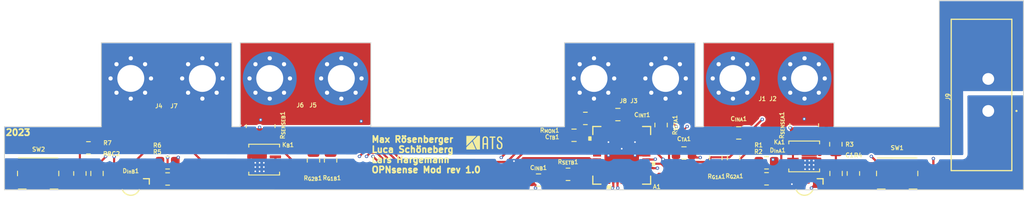
<source format=kicad_pcb>
(kicad_pcb (version 20221018) (generator pcbnew)
  (layers (0 "F.Cu" signal) (1 "In1.Cu" signal) (2 "In2.Cu" signal) (31 "B.Cu" signal) (34 "B.Paste" user) (35 "F.Paste" user) (36 "B.SilkS" user "B.Silkscreen") (37 "F.SilkS" user "F.Silkscreen") (38 "B.Mask" user) (39 "F.Mask" user) (44 "Edge.Cuts" user))
  (net 0 "")
  (net 1 "INA")
  (net 2 "SETA")
  (net 3 "VINT")
  (net 4 "MONA")
  (net 6 "GND")
  (net 7 "CTB")
  (net 8 "GAT2B")
  (net 9 "LOAD")
  (net 11 "GAT1B")
  (net 12 "INB")
  (net 14 "FLTB")
  (net 15 "PGB")
  (net 16 "PGA")
  (net 17 "FLTA")
  (net 18 "ENB")
  (net 19 "GAT1A")
  (net 20 "ENA")
  (net 21 "GAT2A")
  (net 22 "CTA")
  (net 23 "Net-(D_{InA}1-R)")
  (net 24 "Net-(D_{InA}1-G)")
  (net 26 "Net-(D_{InB}1-R)")
  (net 27 "Net-(D_{InB}1-G)")
  (net 29 "Net-(K_{A}1-G1)")
  (net 30 "Net-(K_{A}1-D1)")
  (net 31 "Net-(K_{A}1-G2)")
  (net 32 "Net-(K_{B}1-G1)")
  (net 33 "Net-(K_{B}1-D1)")
  (net 34 "Net-(K_{B}1-G2)")
  (net 35 "SETB")
  (net 36 "SENMA")
  (net 37 "SENMB")
  (footprint "Resistor_SMD:R_0612_1632Metric" (layer "F.Cu") (at 114.9604 29.8196 90)
    (fp_text reference "R_{SENSEA}1")
    (fp_text value "5m 1% 2W")
  )
  (footprint "MountingHole:MountingHole_3.2mm_M3_Pad_Via" (layer "F.Cu") (at 60 24.25)
    (fp_text reference "J5")
    (fp_text value "Screw_Terminal_01x01")
  )
  (footprint "Resistor_SMD:R_0805_2012Metric" (layer "F.Cu") (at 104.4702 33.7077 90)
    (fp_text reference "R_{G1A}1")
    (fp_text value "10")
  )
  (footprint "Resistor_SMD:R_0805_2012Metric" (layer "F.Cu") (at 39.37 34.29)
    (fp_text reference "R6")
    (fp_text value "5,1k")
  )
  (footprint "Button_Switch_SMD:Panasonic_EVQPUK_EVQPUB" (layer "F.Cu") (at 24 35.56 180)
    (fp_text reference "SW2")
    (fp_text value "SW_DIP_x01")
  )
  (footprint "LED_SMD:LED_Kingbright_APFA3010_3x1.5mm_Horizontal" (layer "F.Cu") (at 35 36.83 180)
    (fp_text reference "D_{InB}1")
    (fp_text value "APFA3010")
  )
  (footprint "Resistor_SMD:R_0805_2012Metric" (layer "F.Cu") (at 110.49 34.29 180)
    (fp_text reference "R1")
    (fp_text value "6,8k")
  )
  (footprint "MountingHole:MountingHole_3.2mm_M3_Pad_Via" (layer "F.Cu") (at 51.5 24.25)
    (fp_text reference "J6")
    (fp_text value "Screw_Terminal_01x01")
  )
  (footprint "Resistor_SMD:R_0805_2012Metric" (layer "F.Cu") (at 39.37 36.215)
    (fp_text reference "R5")
    (fp_text value "6,8k")
  )
  (footprint "Resistor_SMD:R_0805_2012Metric" (layer "F.Cu") (at 118.7196 32.0802 -90)
    (fp_text reference "R3")
    (fp_text value "249k")
  )
  (footprint "Capacitor_SMD:C_0805_2012Metric" (layer "F.Cu") (at 92.837 28.5496 180)
    (fp_text reference "C_{INT}1")
    (fp_text value "100n")
  )
  (footprint "Resistor_SMD:R_0805_2012Metric" (layer "F.Cu") (at 86.9188 35.6616 180)
    (fp_text reference "R_{SETB}1")
    (fp_text value "510 1%")
  )
  (footprint "Resistor_SMD:R_0805_2012Metric" (layer "F.Cu") (at 58.7248 33.9852 -90)
    (fp_text reference "R_{G1B}1")
    (fp_text value "10")
  )
  (footprint "MountingHole:MountingHole_3.2mm_M3_Pad_Via" (layer "F.Cu") (at 43.5 24.25)
    (fp_text reference "J7")
    (fp_text value "Screw_Terminal_01x01")
  )
  (footprint "MountingHole:MountingHole_3.2mm_M3_Pad_Via" (layer "F.Cu") (at 106.5 24.25)
    (fp_text reference "J1")
    (fp_text value "Screw_Terminal_01x01")
  )
  (footprint "Resistor_SMD:R_0805_2012Metric" (layer "F.Cu") (at 28.956 35.56 -90)
    (fp_text reference "R8")
    (fp_text value "51k")
  )
  (footprint "Resistor_SMD:R_0805_2012Metric" (layer "F.Cu") (at 56.6928 33.9852 -90)
    (fp_text reference "R_{G2B}1")
    (fp_text value "10")
  )
  (footprint "Resistor_SMD:R_0805_2012Metric" (layer "F.Cu") (at 88.9762 29.0068 180)
    (fp_text reference "R_{MON}1")
    (fp_text value "4,7k")
  )
  (footprint "Capacitor_SMD:C_0805_2012Metric" (layer "F.Cu") (at 100.6856 33.1216)
    (fp_text reference "C_{TA}1")
    (fp_text value "33n")
  )
  (footprint "Resistor_SMD:R_0805_2012Metric" (layer "F.Cu") (at 120.8024 35.56 -90)
    (fp_text reference "R4")
    (fp_text value "51k")
  )
  (footprint "Button_Switch_SMD:Panasonic_EVQPUK_EVQPUB" (layer "F.Cu") (at 126 35.56 180)
    (fp_text reference "SW1")
    (fp_text value "SW_DIP_x01")
  )
  (footprint "MountingHole:MountingHole_3.2mm_M3_Pad_Via" (layer "F.Cu") (at 35 24.25)
    (fp_text reference "J4")
    (fp_text value "Screw_Terminal_01x01")
  )
  (footprint "Capacitor_SMD:C_0805_2012Metric" (layer "F.Cu") (at 87.63 31.0134 180)
    (fp_text reference "C_{TB}1")
    (fp_text value "33n")
  )
  (footprint "LED_SMD:LED_Kingbright_APFA3010_3x1.5mm_Horizontal" (layer "F.Cu") (at 115 36.83 180)
    (fp_text reference "D_{InA}1")
    (fp_text value "APFA3010")
  )
  (footprint "Capacitor_SMD:C_0805_2012Metric" (layer "F.Cu") (at 30.988 35.56 -90)
    (fp_text reference "C2")
    (fp_text value "22nf")
  )
  (footprint "TPS2456:TPS2456ARHHR" (layer "F.Cu") (at 93.2942 33.4014 -90)
    (fp_text reference "A1")
    (fp_text value "TPS2456ARHHR" hide)
  )
  (footprint "Resistor_SMD:R_0805_2012Metric" (layer "F.Cu") (at 110.49 36.195 180)
    (fp_text reference "R2")
    (fp_text value "5,1k")
  )
  (footprint "SISF00DN-1:SISF00DN-T1-GE3" (layer "F.Cu") (at 50.8381 33.909 180)
    (fp_text reference "K_{B}1")
    (fp_text value "SISF00DN-T1-GE3" hide)
  )
  (footprint "Capacitor_SMD:C_0805_2012Metric" (layer "F.Cu") (at 83.4136 36.3474 180)
    (fp_text reference "C_{INB}1")
    (fp_text value "100n")
  )
  (footprint "MountingHole:MountingHole_3.2mm_M3_Pad_Via" (layer "F.Cu") (at 90 24.25)
    (fp_text reference "J8")
    (fp_text value "Screw_Terminal_01x01")
  )
  (footprint "MountingHole:MountingHole_3.2mm_M3_Pad_Via" (layer "F.Cu") (at 115 24.25)
    (fp_text reference "J2")
    (fp_text value "Screw_Terminal_01x01")
  )
  (footprint "Resistor_SMD:R_0612_1632Metric" (layer "F.Cu") (at 50.419 29.9212 90)
    (fp_text reference "R_{SENSEB}1")
    (fp_text value "5m 1% 2W")
  )
  (footprint "Resistor_SMD:R_0805_2012Metric" (layer "F.Cu") (at 97.9678 29.7942 -90)
    (fp_text reference "R_{SETA}1")
    (fp_text value "510 1%")
  )
  (footprint "Capacitor_SMD:C_0805_2012Metric" (layer "F.Cu") (at 107.188 30.734)
    (fp_text reference "C_{INA}1")
    (fp_text value "100n")
  )
  (footprint "Resistor_SMD:R_0805_2012Metric" (layer "F.Cu") (at 106.5784 33.7058 -90)
    (fp_text reference "R_{G2A}1")
    (fp_text value "10")
  )
  (footprint "KiCad:691323300002" (layer "F.Cu") (at 136.817 28.1178 90)
    (fp_text reference "J9")
    (fp_text value "691323300002" hide)
  )
  (footprint "Resistor_SMD:R_0805_2012Metric" (layer "F.Cu") (at 29.972 32.512 180)
    (fp_text reference "R7")
    (fp_text value "249k")
  )
  (footprint "SISF00DN-1:SISF00DN-T1-GE3" (layer "F.Cu") (at 114.9604 33.528)
    (fp_text reference "K_{A}1")
    (fp_text value "SISF00DN-T1-GE3" hide)
  )
  (footprint "Capacitor_SMD:C_0805_2012Metric" (layer "F.Cu") (at 118.745 35.56 -90)
    (fp_text reference "C1")
    (fp_text value "22nF")
  )
  (footprint "MountingHole:MountingHole_3.2mm_M3_Pad_Via" (layer "F.Cu") (at 98.5 24.25)
    (fp_text reference "J3")
    (fp_text value "Screw_Terminal_01x01")
  )
  (footprint "Diode_SMD:D_SMB" (layer "B.Cu") (at 132.3594 33.655 90)
    (fp_text reference "D1" hide)
    (fp_text value "SM6T12A")
  )
  (gr_poly (pts (xy 74.867999 32.227408) (xy 74.867449 31.11566) (xy 75.979036 31.11511)) (stroke (width 0.055122)) (fill solid) (layer "F.SilkS"))
  (gr_poly (pts (xy 78.232362 31.160688) (xy 78.236475 31.160966) (xy 78.240537 31.161425) (xy 78.244543 31.16206) (xy 78.248487 31.162869) (xy 78.252363 31.163846) (xy 78.256166 31.164989) (xy 78.25989 31.166292) (xy 78.263528 31.167753) (xy 78.267077 31.169366) (xy 78.270528 31.171129) (xy 78.273878 31.173038) (xy 78.27712 31.175087) (xy 78.280249 31.177275) (xy 78.283259 31.179595) (xy 78.286143 31.182046) (xy 78.288897 31.184622) (xy 78.291515 31.18732) (xy 78.293991 31.190135) (xy 78.296319 31.193065) (xy 78.298494 31.196104) (xy 78.300509 31.19925) (xy 78.30236 31.202498) (xy 78.30404 31.205844) (xy 78.305544 31.209284) (xy 78.306866 31.212814) (xy 78.308 31.216431) (xy 78.308941 31.220131) (xy 78.309683 31.223909) (xy 78.31022 31.227761) (xy 78.310546 31.231685) (xy 78.310656 31.235675) (xy 78.310546 31.239665) (xy 78.31022 31.243588) (xy 78.309683 31.247441) (xy 78.308941 31.251219) (xy 78.308 31.254918) (xy 78.306866 31.258535) (xy 78.305544 31.262066) (xy 78.30404 31.265506) (xy 78.30236 31.268852) (xy 78.300509 31.2721) (xy 78.298494 31.275245) (xy 78.296319 31.278285) (xy 78.293991 31.281214) (xy 78.291515 31.28403) (xy 78.288897 31.286728) (xy 78.286143 31.289304) (xy 78.283259 31.291754) (xy 78.280249 31.294075) (xy 78.27712 31.296262) (xy 78.273878 31.298312) (xy 78.270528 31.30022) (xy 78.267077 31.301983) (xy 78.263528 31.303597) (xy 78.25989 31.305057) (xy 78.256166 31.306361) (xy 78.252363 31.307503) (xy 78.248487 31.30848) (xy 78.244543 31.309289) (xy 78.240537 31.309925) (xy 78.236475 31.310383) (xy 78.232362 31.310662) (xy 78.228204 31.310755) (xy 78.036561 31.310755) (xy 78.036561 32.584981) (xy 78.036451 32.589179) (xy 78.036124 32.593321) (xy 78.035586 32.597402) (xy 78.034842 32.601418) (xy 78.033897 32.605363) (xy 78.032756 32.609232) (xy 78.031426 32.613021) (xy 78.02991 32.616723) (xy 78.028216 32.620334) (xy 78.026346 32.623849) (xy 78.024308 32.627263) (xy 78.022107 32.63057) (xy 78.019747 32.633766) (xy 78.017234 32.636845) (xy 78.014573 32.639802) (xy 78.01177 32.642633) (xy 78.00883 32.645331) (xy 78.005758 32.647892) (xy 78.002559 32.650312) (xy 77.999239 32.652583) (xy 77.995804 32.654703) (xy 77.992258 32.656665) (xy 77.988606 32.658464) (xy 77.984855 32.660096) (xy 77.981009 32.661554) (xy 77.977073 32.662835) (xy 77.973054 32.663933) (xy 77.968956 32.664843) (xy 77.964784 32.665559) (xy 77.960544 32.666077) (xy 77.956242 32.666392) (xy 77.951881 32.666498) (xy 77.947521 32.666392) (xy 77.943219 32.666077) (xy 77.938979 32.665559) (xy 77.934807 32.664843) (xy 77.930709 32.663933) (xy 77.926689 32.662835) (xy 77.922754 32.661554) (xy 77.918908 32.660096) (xy 77.915157 32.658464) (xy 77.911505 32.656665) (xy 77.907959 32.654703) (xy 77.904523 32.652583) (xy 77.901204 32.650312) (xy 77.898005 32.647892) (xy 77.894933 32.645331) (xy 77.891993 32.642633) (xy 77.88919 32.639802) (xy 77.886529 32.636845) (xy 77.884016 32.633766) (xy 77.881656 32.63057) (xy 77.879454 32.627263) (xy 77.877416 32.623849) (xy 77.875547 32.620334) (xy 77.873852 32.616723) (xy 77.872337 32.613021) (xy 77.871006 32.609232) (xy 77.869866 32.605363) (xy 77.868921 32.601418) (xy 77.868177 32.597402) (xy 77.867639 32.593321) (xy 77.867312 32.589179) (xy 77.867202 32.584981) (xy 77.867202 31.310755) (xy 77.675558 31.310755) (xy 77.6714 31.310662) (xy 77.667288 31.310383) (xy 77.663225 31.309925) (xy 77.659219 31.309289) (xy 77.655276 31.30848) (xy 77.651399 31.307503) (xy 77.647597 31.306361) (xy 77.643873 31.305057) (xy 77.640234 31.303597) (xy 77.636686 31.301983) (xy 77.633234 31.30022) (xy 77.629885 31.298312) (xy 77.626642 31.296262) (xy 77.623514 31.294075) (xy 77.620504 31.291754) (xy 77.61762 31.289304) (xy 77.614865 31.286728) (xy 77.612248 31.28403) (xy 77.609772 31.281214) (xy 77.607444 31.278285) (xy 77.605269 31.275245) (xy 77.603253 31.2721) (xy 77.601403 31.268852) (xy 77.599723 31.265506) (xy 77.598219 31.262066) (xy 77.596897 31.258535) (xy 77.595763 31.254918) (xy 77.594822 31.251219) (xy 77.59408 31.247441) (xy 77.593543 31.243588) (xy 77.593217 31.239665) (xy 77.593107 31.235675) (xy 77.593217 31.231685) (xy 77.593543 31.227761) (xy 77.59408 31.223909) (xy 77.594822 31.220131) (xy 77.595763 31.216431) (xy 77.596897 31.212814) (xy 77.598219 31.209284) (xy 77.599723 31.205844) (xy 77.601403 31.202498) (xy 77.603253 31.19925) (xy 77.605269 31.196104) (xy 77.607444 31.193065) (xy 77.609772 31.190135) (xy 77.612248 31.18732) (xy 77.614865 31.184622) (xy 77.61762 31.182046) (xy 77.620504 31.179595) (xy 77.623514 31.177275) (xy 77.626642 31.175087) (xy 77.629885 31.173038) (xy 77.633234 31.171129) (xy 77.636686 31.169366) (xy 77.640234 31.167753) (xy 77.643873 31.166292) (xy 77.647597 31.164989) (xy 77.651399 31.163846) (xy 77.655276 31.162869) (xy 77.659219 31.16206) (xy 77.663225 31.161425) (xy 77.667288 31.160966) (xy 77.6714 31.160688) (xy 77.675558 31.160594) (xy 78.228204 31.160594)) (fill solid) (layer "F.SilkS"))
  (gr_poly (pts (xy 76.430543 32.677393) (xy 76.098919 32.677606) (xy 75.653051 31.662662) (xy 76.2 31.115) (xy 76.430029 31.114837)) (stroke (width 0.055122)) (fill solid) (layer "F.SilkS"))
  (gr_poly (pts (xy 75.928241 32.677649) (xy 74.868222 32.678167) (xy 74.868108 32.448388) (xy 75.534604 31.781469)) (stroke (width 0.055122)) (fill solid) (layer "F.SilkS"))
  (gr_poly (pts (xy 77.11188 31.139537) (xy 77.131449 31.140713) (xy 77.150414 31.142662) (xy 77.16877 31.145373) (xy 77.186516 31.148836) (xy 77.203649 31.153042) (xy 77.220166 31.157982) (xy 77.236066 31.163644) (xy 77.251346 31.17002) (xy 77.266003 31.177099) (xy 77.280035 31.184872) (xy 77.293439 31.193329) (xy 77.306213 31.202459) (xy 77.318355 31.212254) (xy 77.329862 31.222704) (xy 77.340732 31.233798) (xy 77.350962 31.245526) (xy 77.360549 31.25788) (xy 77.369492 31.270849) (xy 77.377788 31.284423) (xy 77.385434 31.298592) (xy 77.392428 31.313347) (xy 77.398768 31.328678) (xy 77.404451 31.344575) (xy 77.409474 31.361028) (xy 77.413835 31.378028) (xy 77.417533 31.395564) (xy 77.420563 31.413627) (xy 77.422924 31.432207) (xy 77.424614 31.451293) (xy 77.425969 31.490949) (xy 77.425969 32.584981) (xy 77.425859 32.589179) (xy 77.425532 32.593321) (xy 77.424994 32.597402) (xy 77.42425 32.601418) (xy 77.423305 32.605363) (xy 77.422164 32.609232) (xy 77.420834 32.613021) (xy 77.419318 32.616723) (xy 77.417623 32.620334) (xy 77.415754 32.623849) (xy 77.413716 32.627263) (xy 77.411515 32.63057) (xy 77.409155 32.633766) (xy 77.406641 32.636845) (xy 77.403981 32.639802) (xy 77.401178 32.642633) (xy 77.398237 32.645331) (xy 77.395165 32.647892) (xy 77.391967 32.650312) (xy 77.388647 32.652583) (xy 77.385211 32.654703) (xy 77.381665 32.656665) (xy 77.378014 32.658464) (xy 77.374262 32.660096) (xy 77.370416 32.661554) (xy 77.366481 32.662835) (xy 77.362461 32.663933) (xy 77.358363 32.664843) (xy 77.354192 32.665559) (xy 77.349952 32.666077) (xy 77.345649 32.666392) (xy 77.341289 32.666498) (xy 77.336929 32.666392) (xy 77.332626 32.666077) (xy 77.328386 32.665559) (xy 77.324215 32.664843) (xy 77.320116 32.663933) (xy 77.316097 32.662835) (xy 77.312161 32.661554) (xy 77.308315 32.660096) (xy 77.304564 32.658464) (xy 77.300913 32.656665) (xy 77.297366 32.654703) (xy 77.293931 32.652583) (xy 77.290611 32.650312) (xy 77.287413 32.647892) (xy 77.284341 32.645331) (xy 77.2814 32.642633) (xy 77.278597 32.639802) (xy 77.275936 32.636845) (xy 77.273423 32.633766) (xy 77.271063 32.63057) (xy 77.268862 32.627263) (xy 77.266824 32.623849) (xy 77.264955 32.620334) (xy 77.26326 32.616723) (xy 77.261744 32.613021) (xy 77.260414 32.609232) (xy 77.259273 32.605363) (xy 77.258328 32.601418) (xy 77.257584 32.597402) (xy 77.257046 32.593321) (xy 77.256719 32.589179) (xy 77.256609 32.584981) (xy 77.256609 32.121627) (xy 76.926804 32.121627) (xy 76.926804 32.584981) (xy 76.926694 32.589179) (xy 76.926367 32.593321) (xy 76.925829 32.597402) (xy 76.925085 32.601418) (xy 76.92414 32.605363) (xy 76.923 32.609232) (xy 76.921669 32.613021) (xy 76.920154 32.616723) (xy 76.918459 32.620334) (xy 76.91659 32.623849) (xy 76.914552 32.627263) (xy 76.91235 32.63057) (xy 76.90999 32.633766) (xy 76.907477 32.636845) (xy 76.904816 32.639802) (xy 76.902013 32.642633) (xy 76.899073 32.645331) (xy 76.896001 32.647892) (xy 76.892802 32.650312) (xy 76.889483 32.652583) (xy 76.886047 32.654703) (xy 76.882501 32.656665) (xy 76.87885 32.658464) (xy 76.875098 32.660096) (xy 76.871252 32.661554) (xy 76.867317 32.662835) (xy 76.863297 32.663933) (xy 76.859199 32.664843) (xy 76.855027 32.665559) (xy 76.850788 32.666077) (xy 76.846485 32.666392) (xy 76.842125 32.666498) (xy 76.837765 32.666392) (xy 76.833462 32.666077) (xy 76.829222 32.665559) (xy 76.82505 32.664843) (xy 76.820952 32.663933) (xy 76.816933 32.662835) (xy 76.812997 32.661554) (xy 76.809151 32.660096) (xy 76.8054 32.658464) (xy 76.801748 32.656665) (xy 76.798202 32.654703) (xy 76.794767 32.652583) (xy 76.791447 32.650312) (xy 76.788248 32.647892) (xy 76.785176 32.645331) (xy 76.782236 32.642633) (xy 76.779433 32.639802) (xy 76.776772 32.636845) (xy 76.774259 32.633766) (xy 76.771899 32.63057) (xy 76.769698 32.627263) (xy 76.76766 32.623849) (xy 76.76579 32.620334) (xy 76.764095 32.616723) (xy 76.76258 32.613021) (xy 76.76125 32.609232) (xy 76.760109 32.605363) (xy 76.759164 32.601418) (xy 76.75842 32.597402) (xy 76.757882 32.593321) (xy 76.757555 32.589179) (xy 76.757445 32.584981) (xy 76.757445 31.971465) (xy 76.926804 31.971465) (xy 77.256609 31.971465) (xy 77.256609 31.518836) (xy 77.25644 31.504035) (xy 77.255932 31.489793) (xy 77.255089 31.476105) (xy 77.253911 31.462965) (xy 77.2524 31.450368) (xy 77.250557 31.438306) (xy 77.248385 31.426775) (xy 77.245885 31.415768) (xy 77.243058 31.405279) (xy 77.239907 31.395303) (xy 77.236432 31.385834) (xy 77.232636 31.376866) (xy 77.22852 31.368392) (xy 77.224086 31.360408) (xy 77.219335 31.352906) (xy 77.214269 31.345882) (xy 77.20889 31.33933) (xy 77.203199 31.333242) (xy 77.197198 31.327615) (xy 77.190889 31.322441) (xy 77.184272 31.317714) (xy 77.17735 31.31343) (xy 77.170125 31.309582) (xy 77.162598 31.306163) (xy 77.154771 31.303169) (xy 77.146645 31.300594) (xy 77.138221 31.29843) (xy 77.129503 31.296674) (xy 77.12049 31.295317) (xy 77.111186 31.294356) (xy 77.101591 31.293784) (xy 77.091707 31.293594) (xy 77.072228 31.294356) (xy 77.053911 31.296674) (xy 77.045192 31.29843) (xy 77.036769 31.300594) (xy 77.028643 31.303169) (xy 77.020815 31.306163) (xy 77.013288 31.309582) (xy 77.006063 31.31343) (xy 76.999141 31.317714) (xy 76.992525 31.322441) (xy 76.986215 31.327615) (xy 76.980214 31.333242) (xy 76.974523 31.33933) (xy 76.969144 31.345882) (xy 76.964078 31.352906) (xy 76.959327 31.360408) (xy 76.954893 31.368392) (xy 76.950777 31.376866) (xy 76.946981 31.385834) (xy 76.943506 31.395303) (xy 76.940355 31.405279) (xy 76.937529 31.415768) (xy 76.932856 31.438306) (xy 76.929503 31.462965) (xy 76.927481 31.489793) (xy 76.926804 31.518836) (xy 76.926804 31.971465) (xy 76.757445 31.971465) (xy 76.757445 31.490949) (xy 76.757784 31.470877) (xy 76.7588 31.451293) (xy 76.760489 31.432207) (xy 76.762851 31.413627) (xy 76.765881 31.395564) (xy 76.769578 31.378028) (xy 76.77394 31.361028) (xy 76.778963 31.344575) (xy 76.784646 31.328678) (xy 76.790985 31.313347) (xy 76.79798 31.298592) (xy 76.805626 31.284423) (xy 76.813921 31.270849) (xy 76.822864 31.25788) (xy 76.832452 31.245526) (xy 76.842682 31.233798) (xy 76.853551 31.222704) (xy 76.865058 31.212254) (xy 76.8772 31.202459) (xy 76.889975 31.193329) (xy 76.903379 31.184872) (xy 76.917411 31.177099) (xy 76.932068 31.17002) (xy 76.947347 31.163644) (xy 76.963247 31.157982) (xy 76.979765 31.153042) (xy 76.996898 31.148836) (xy 77.014644 31.145373) (xy 77.033 31.142662) (xy 77.051964 31.140713) (xy 77.071534 31.139537) (xy 77.091707 31.139142)) (fill solid) (layer "F.SilkS"))
  (gr_poly (pts (xy 78.834881 31.14469) (xy 78.852247 31.146263) (xy 78.869112 31.148465) (xy 78.885469 31.151297) (xy 78.901312 31.154759) (xy 78.916636 31.158853) (xy 78.931433 31.163577) (xy 78.945699 31.168933) (xy 78.959426 31.174922) (xy 78.972609 31.181542) (xy 78.985241 31.188795) (xy 78.997317 31.196682) (xy 79.008831 31.205202) (xy 79.019775 31.214356) (xy 79.030145 31.224144) (xy 79.039933 31.234568) (xy 79.049135 31.245626) (xy 79.057743 31.25732) (xy 79.065751 31.26965) (xy 79.073155 31.282616) (xy 79.079946 31.296218) (xy 79.08612 31.310458) (xy 79.09167 31.325336) (xy 79.09659 31.340851) (xy 79.100873 31.357005) (xy 79.104515 31.373797) (xy 79.107508 31.391228) (xy 79.109847 31.409299) (xy 79.111525 31.42801) (xy 79.112536 31.447361) (xy 79.112874 31.467352) (xy 79.112874 31.484514) (xy 79.112771 31.489082) (xy 79.112463 31.493536) (xy 79.111954 31.497872) (xy 79.111251 31.50209) (xy 79.110356 31.506186) (xy 79.109276 31.51016) (xy 79.108013 31.514008) (xy 79.106572 31.51773) (xy 79.104959 31.521323) (xy 79.103177 31.524785) (xy 79.101231 31.528114) (xy 79.099125 31.531309) (xy 79.096865 31.534367) (xy 79.094454 31.537286) (xy 79.091896 31.540065) (xy 79.089198 31.542701) (xy 79.086362 31.545193) (xy 79.083393 31.547538) (xy 79.080297 31.549734) (xy 79.077076 31.55178) (xy 79.073737 31.553674) (xy 79.070283 31.555413) (xy 79.066719 31.556996) (xy 79.063049 31.558421) (xy 79.059278 31.559685) (xy 79.05541 31.560788) (xy 79.05145 31.561726) (xy 79.047402 31.562498) (xy 79.043271 31.563101) (xy 79.039061 31.563535) (xy 79.034777 31.563797) (xy 79.030424 31.563884) (xy 79.026266 31.563797) (xy 79.022153 31.563534) (xy 79.018091 31.563098) (xy 79.014085 31.562489) (xy 79.010141 31.561709) (xy 79.006265 31.560759) (xy 79.002462 31.559641) (xy 78.998738 31.558354) (xy 78.9951 31.556901) (xy 78.991551 31.555282) (xy 78.9881 31.5535) (xy 78.98475 31.551554) (xy 78.981508 31.549446) (xy 78.978379 31.547178) (xy 78.975369 31.544751) (xy 78.972485 31.542165) (xy 78.969731 31.539422) (xy 78.967113 31.536523) (xy 78.964637 31.533469) (xy 78.962309 31.530262) (xy 78.960134 31.526902) (xy 78.958119 31.523391) (xy 78.956268 31.51973) (xy 78.954588 31.51592) (xy 78.953084 31.511962) (xy 78.951762 31.507858) (xy 78.950628 31.503609) (xy 78.949687 31.499215) (xy 78.948945 31.494679) (xy 78.948408 31.49) (xy 78.948082 31.485182) (xy 78.947972 31.480223) (xy 78.947972 31.467352) (xy 78.947797 31.455152) (xy 78.947276 31.443483) (xy 78.946415 31.432336) (xy 78.945221 31.4217) (xy 78.943701 31.411568) (xy 78.941861 31.401929) (xy 78.939708 31.392774) (xy 78.937248 31.384093) (xy 78.934487 31.375877) (xy 78.931433 31.368118) (xy 78.928092 31.360804) (xy 78.924469 31.353927) (xy 78.920573 31.347477) (xy 78.916409 31.341445) (xy 78.911983 31.335822) (xy 78.907304 31.330598) (xy 78.902376 31.325764) (xy 78.897206 31.321309) (xy 78.891802 31.317226) (xy 78.886168 31.313504) (xy 78.880313 31.310134) (xy 78.874243 31.307106) (xy 78.867964 31.304412) (xy 78.861482 31.302041) (xy 78.854804 31.299984) (xy 78.847937 31.298232) (xy 78.840888 31.296776) (xy 78.833662 31.295605) (xy 78.818707 31.294084) (xy 78.803125 31.293594) (xy 78.794443 31.2938) (xy 78.78595 31.294414) (xy 78.77765 31.295429) (xy 78.769551 31.296837) (xy 78.761657 31.298632) (xy 78.753975 31.300806) (xy 78.74651 31.303352) (xy 78.739267 31.306264) (xy 78.732253 31.309534) (xy 78.725474 31.313155) (xy 78.718934 31.31712) (xy 78.71264 31.321423) (xy 78.706597 31.326055) (xy 78.700811 31.33101) (xy 78.695288 31.336281) (xy 78.690033 31.34186) (xy 78.685053 31.347741) (xy 78.680353 31.353917) (xy 78.675938 31.360381) (xy 78.671814 31.367125) (xy 78.667988 31.374142) (xy 78.664464 31.381425) (xy 78.661249 31.388968) (xy 78.658348 31.396763) (xy 78.655767 31.404803) (xy 78.653512 31.413081) (xy 78.651588 31.42159) (xy 78.65 31.430323) (xy 78.648756 31.439273) (xy 78.64786 31.448432) (xy 78.647318 31.457794) (xy 78.647137 31.467352) (xy 78.647583 31.485739) (xy 78.648934 31.503133) (xy 78.649954 31.511477) (xy 78.651205 31.519596) (xy 78.652691 31.527499) (xy 78.654414 31.535193) (xy 78.656374 31.542686) (xy 78.658575 31.549985) (xy 78.661018 31.557099) (xy 78.663706 31.564035) (xy 78.66664 31.570802) (xy 78.669823 31.577407) (xy 78.673256 31.583858) (xy 78.676941 31.590163) (xy 78.680882 31.596329) (xy 78.685079 31.602365) (xy 78.689534 31.608279) (xy 78.694251 31.614078) (xy 78.69923 31.61977) (xy 78.704474 31.625363) (xy 78.715765 31.636284) (xy 78.728139 31.646903) (xy 78.741613 31.657283) (xy 78.756204 31.667487) (xy 78.771928 31.677578) (xy 78.856607 31.731207) (xy 78.89433 31.755224) (xy 78.929005 31.779151) (xy 78.960715 31.803196) (xy 78.989546 31.827572) (xy 79.015583 31.852488) (xy 79.038911 31.878155) (xy 79.059614 31.904783) (xy 79.077777 31.932584) (xy 79.093486 31.961767) (xy 79.106825 31.992544) (xy 79.117879 32.025124) (xy 79.126733 32.059718) (xy 79.133471 32.096538) (xy 79.138179 32.135792) (xy 79.140942 32.177692) (xy 79.141844 32.222449) (xy 79.141409 32.253385) (xy 79.140117 32.283058) (xy 79.137983 32.311485) (xy 79.135024 32.338686) (xy 79.131257 32.364678) (xy 79.126699 32.389481) (xy 79.121367 32.413113) (xy 79.115277 32.435591) (xy 79.108446 32.456935) (xy 79.100891 32.477164) (xy 79.092628 32.496294) (xy 79.083675 32.514346) (xy 79.074047 32.531337) (xy 79.063762 32.547287) (xy 79.052836 32.562212) (xy 79.041287 32.576133) (xy 79.02913 32.589066) (xy 79.016383 32.601032) (xy 79.003062 32.612048) (xy 78.989185 32.622132) (xy 78.974767 32.631304) (xy 78.959825 32.639581) (xy 78.944377 32.646982) (xy 78.928439 32.653526) (xy 78.912027 32.659231) (xy 78.895159 32.664115) (xy 78.877851 32.668197) (xy 78.86012 32.671496) (xy 78.841982 32.674029) (xy 78.823455 32.675816) (xy 78.804555 32.676875) (xy 78.785298 32.677223) (xy 78.76627 32.676829) (xy 78.747634 32.67565) (xy 78.729404 32.673695) (xy 78.711595 32.670972) (xy 78.69422 32.667489) (xy 78.677293 32.663253) (xy 78.660828 32.658272) (xy 78.644839 32.652554) (xy 78.629339 32.646107) (xy 78.614343 32.638939) (xy 78.599864 32.631058) (xy 78.585916 32.622472) (xy 78.572514 32.613187) (xy 78.55967 32.603213) (xy 78.5474 32.592557) (xy 78.535716 32.581227) (xy 78.524633 32.569231) (xy 78.514164 32.556577) (xy 78.504324 32.543272) (xy 78.495126 32.529325) (xy 78.486584 32.514742) (xy 78.478712 32.499533) (xy 78.471524 32.483705) (xy 78.465033 32.467266) (xy 78.459255 32.450223) (xy 78.454201 32.432585) (xy 78.449888 32.414359) (xy 78.446327 32.395554) (xy 78.443533 32.376176) (xy 78.441521 32.356235) (xy 78.440303 32.335737) (xy 78.439894 32.314691) (xy 78.440148 32.297249) (xy 78.440882 32.280335) (xy 78.442053 32.263974) (xy 78.44362 32.248191) (xy 78.445539 32.233011) (xy 78.447768 32.21846) (xy 78.450264 32.204563) (xy 78.452986 32.191344) (xy 78.455891 32.178829) (xy 78.458936 32.167044) (xy 78.462079 32.156012) (xy 78.465277 32.14576) (xy 78.468489 32.136312) (xy 78.471671 32.127693) (xy 78.474781 32.11993) (xy 78.477777 32.113046) (xy 78.479937 32.108508) (xy 78.482237 32.104148) (xy 78.484673 32.099965) (xy 78.487239 32.09596) (xy 78.489933 32.092134) (xy 78.49275 32.088489) (xy 78.495687 32.085023) (xy 78.498738 32.08174) (xy 78.501901 32.078639) (xy 78.50517 32.07572) (xy 78.508542 32.072986) (xy 78.512013 32.070436) (xy 78.515578 32.068071) (xy 78.519235 32.065893) (xy 78.522977 32.063902) (xy 78.526802 32.062098) (xy 78.530706 32.060483) (xy 78.534683 32.059058) (xy 78.538731 32.057822) (xy 78.542845 32.056777) (xy 78.547021 32.055924) (xy 78.551255 32.055264) (xy 78.555543 32.054796) (xy 78.55988 32.054523) (xy 78.564264 32.054445) (xy 78.568688 32.054562) (xy 78.573151 32.054875) (xy 78.577647 32.055386) (xy 78.586722 32.057002) (xy 78.595883 32.059417) (xy 78.59997 32.060735) (xy 78.603874 32.062272) (xy 78.607595 32.064018) (xy 78.611134 32.065965) (xy 78.614489 32.068106) (xy 78.617662 32.070432) (xy 78.620652 32.072935) (xy 78.62346 32.075606) (xy 78.626084 32.078437) (xy 78.628526 32.081421) (xy 78.630785 32.084548) (xy 78.632861 32.087811) (xy 78.634754 32.091201) (xy 78.636464 32.09471) (xy 78.637992 32.09833) (xy 78.639337 32.102052) (xy 78.640499 32.105868) (xy 78.641478 32.109771) (xy 78.642889 32.117801) (xy 78.643568 32.126077) (xy 78.643515 32.134531) (xy 78.642732 32.143099) (xy 78.641217 32.151713) (xy 78.638972 32.160309) (xy 78.635994 32.16882) (xy 78.629727 32.186861) (xy 78.624295 32.204148) (xy 78.621893 32.212587) (xy 78.619699 32.220932) (xy 78.617715 32.229215) (xy 78.615939 32.237465) (xy 78.614372 32.245716) (xy 78.613014 32.253998) (xy 78.611865 32.262343) (xy 78.610925 32.270782) (xy 78.610194 32.279347) (xy 78.609671 32.288069) (xy 78.609358 32.29698) (xy 78.609254 32.30611) (xy 78.609449 32.318251) (xy 78.610032 32.330132) (xy 78.611 32.341745) (xy 78.612348 32.353082) (xy 78.614073 32.364134) (xy 78.616172 32.374894) (xy 78.618641 32.385353) (xy 78.621475 32.395503) (xy 78.624672 32.405336) (xy 78.628227 32.414843) (xy 78.632137 32.424016) (xy 78.636399 32.432847) (xy 78.641009 32.441327) (xy 78.645962 32.449449) (xy 78.651256 32.457204) (xy 78.656886 32.464584) (xy 78.662849 32.471581) (xy 78.669142 32.478186) (xy 78.67576 32.484391) (xy 78.6827 32.490188) (xy 78.689958 32.495569) (xy 78.697531 32.500525) (xy 78.705415 32.505048) (xy 78.713606 32.50913) (xy 78.722101 32.512763) (xy 78.730895 32.515938) (xy 78.739986 32.518647) (xy 78.749369 32.520882) (xy 78.759042 32.522635) (xy 78.768999 32.523897) (xy 78.779238 32.524661) (xy 78.789755 32.524917) (xy 78.809776 32.524021) (xy 78.828861 32.521268) (xy 78.84696 32.51656) (xy 78.855624 32.513443) (xy 78.864024 32.5098) (xy 78.872152 32.50562) (xy 78.880004 32.500891) (xy 78.887572 32.4956) (xy 78.894851 32.489735) (xy 78.901835 32.483285) (xy 78.908517 32.476235) (xy 78.914892 32.468576) (xy 78.920953 32.460294) (xy 78.926693 32.451377) (xy 78.932108 32.441813) (xy 78.937191 32.431591) (xy 78.941935 32.420696) (xy 78.950385 32.396846) (xy 78.957408 32.370164) (xy 78.962956 32.340553) (xy 78.966979 32.307916) (xy 78.969429 32.272156) (xy 78.970256 32.233175) (xy 78.969695 32.201932) (xy 78.967958 32.172478) (xy 78.964968 32.144689) (xy 78.962979 32.13138) (xy 78.960646 32.118442) (xy 78.957961 32.105859) (xy 78.954914 32.093616) (xy 78.951495 32.081698) (xy 78.947694 32.070088) (xy 78.943501 32.058772) (xy 78.938906 32.047735) (xy 78.9339 32.036961) (xy 78.928474 32.026435) (xy 78.922616 32.016141) (xy 78.916317 32.006065) (xy 78.909569 31.99619) (xy 78.902359 31.986502) (xy 78.89468 31.976986) (xy 78.886521 31.967625) (xy 78.877872 31.958405) (xy 78.868724 31.94931) (xy 78.859067 31.940325) (xy 78.848891 31.931435) (xy 78.826942 31.913877) (xy 78.802799 31.896514) (xy 78.776384 31.879223) (xy 78.691705 31.825594) (xy 78.665432 31.808609) (xy 78.640926 31.791372) (xy 78.618175 31.773783) (xy 78.597171 31.755742) (xy 78.577904 31.737148) (xy 78.560363 31.7179) (xy 78.54454 31.697898) (xy 78.530423 31.677042) (xy 78.518005 31.65523) (xy 78.507273 31.632362) (xy 78.49822 31.608338) (xy 78.490834 31.583057) (xy 78.485107 31.556418) (xy 78.481028 31.528322) (xy 78.478588 31.498667) (xy 78.477777 31.467352) (xy 78.47816 31.449059) (xy 78.4793 31.431191) (xy 78.481183 31.413759) (xy 78.483797 31.396771) (xy 78.487126 31.38024) (xy 78.491159 31.364174) (xy 78.495881 31.348584) (xy 78.50128 31.333481) (xy 78.507341 31.318874) (xy 78.514051 31.304773) (xy 78.521397 31.29119) (xy 78.529366 31.278134) (xy 78.537943 31.265615) (xy 78.547115 31.253644) (xy 78.55687 31.24223) (xy 78.567192 31.231384) (xy 78.57807 31.221117) (xy 78.589489 31.211438) (xy 78.601436 31.202358) (xy 78.613897 31.193886) (xy 78.62686 31.186033) (xy 78.64031 31.17881) (xy 78.654235 31.172226) (xy 78.66862 31.166292) (xy 78.683452 31.161018) (xy 78.698718 31.156414) (xy 78.714404 31.15249) (xy 78.730497 31.149257) (xy 78.746984 31.146724) (xy 78.76385 31.144902) (xy 78.781083 31.143802) (xy 78.798669 31.143433)) (fill solid) (layer "F.SilkS"))
  (gr_line (start 31.5 20) (end 47 20) (stroke (width 0.1)) (layer "Edge.Cuts"))
  (gr_line (start 63.5 30) (end 86.5 30) (stroke (width 0.1)) (layer "Edge.Cuts"))
  (gr_line (start 118.5 30) (end 131 30) (stroke (width 0.1)) (layer "Edge.Cuts"))
  (gr_line (start 86.5 20) (end 102 20) (stroke (width 0.1)) (layer "Edge.Cuts"))
  (gr_line (start 86.5 20) (end 86.5 30) (stroke (width 0.1)) (layer "Edge.Cuts"))
  (gr_line (start 141 15) (end 131 15) (stroke (width 0.1)) (layer "Edge.Cuts"))
  (gr_line (start 48 20) (end 63.5 20) (stroke (width 0.1)) (layer "Edge.Cuts"))
  (gr_line (start 103 30) (end 103 20) (stroke (width 0.1)) (layer "Edge.Cuts"))
  (gr_line (start 47 20) (end 47 30) (stroke (width 0.1)) (layer "Edge.Cuts"))
  (gr_line (start 20 37.5) (end 20 30) (stroke (width 0.1)) (layer "Edge.Cuts"))
  (gr_line (start 141 15) (end 141 37.5) (stroke (width 0.1)) (layer "Edge.Cuts"))
  (gr_line (start 102 20) (end 102 30) (stroke (width 0.1)) (layer "Edge.Cuts"))
  (gr_line (start 103 20) (end 118.5 20) (stroke (width 0.1)) (layer "Edge.Cuts"))
  (gr_line (start 20 30) (end 31.5 30) (stroke (width 0.1)) (layer "Edge.Cuts"))
  (gr_line (start 102 30) (end 103 30) (stroke (width 0.1)) (layer "Edge.Cuts"))
  (gr_line (start 141 37.5) (end 20 37.5) (stroke (width 0.1)) (layer "Edge.Cuts"))
  (gr_line (start 31.5 30) (end 31.5 20) (stroke (width 0.1)) (layer "Edge.Cuts"))
  (gr_line (start 63.5 20) (end 63.5 30) (stroke (width 0.1)) (layer "Edge.Cuts"))
  (gr_line (start 48 20) (end 48 30) (stroke (width 0.1)) (layer "Edge.Cuts"))
  (gr_line (start 131 30) (end 131 15) (stroke (width 0.1)) (layer "Edge.Cuts"))
  (gr_line (start 118.5 20) (end 118.5 30) (stroke (width 0.1)) (layer "Edge.Cuts"))
  (gr_line (start 47 30) (end 48 30) (stroke (width 0.1)) (layer "Edge.Cuts"))
  (gr_text "2023" (at 20.066 31.115) (layer "F.SilkS") (effects (font (size 0.75 0.75) (thickness 0.1875) bold) (justify left bottom)))
  (gr_text "Max Rösenberger\nLuca Schöneberg\nLars Hargemann\nOPNsense Mod rev 1.0" (at 63.5 35.56) (layer "F.SilkS") (effects (font (size 0.75 0.75) (thickness 0.1875) bold) (justify left bottom)))
  (segment (start 97.9678 30.7067) (end 98.0459 30.7848) (width 0.2) (layer "F.Cu") (net 1))
  (segment (start 114.9604 29.0696) (end 116.6215 29.0696) (width 0.25) (layer "F.Cu") (net 1))
  (segment (start 95.294201 30.4764) (end 97.4327 30.4764) (width 0.25) (layer "F.Cu") (net 1))
  (segment (start 100.3319 30.7067) (end 97.9678 30.7067) (width 0.2) (layer "F.Cu") (net 1))
  (segment (start 103.183 31.5214) (end 105.7046 31.5214) (width 0.25) (layer "F.Cu") (net 1))
  (segment (start 98.846496 31.400896) (end 99.5172 32.0716) (width 0.25) (layer "F.Cu") (net 1))
  (segment (start 99.5172 32.0716) (end 102.6328 32.0716) (width 0.25) (layer "F.Cu") (net 1))
  (segment (start 96.2192 31.400896) (end 98.846496 31.400896) (width 0.25) (layer "F.Cu") (net 1))
  (segment (start 116.6215 29.0696) (end 118.7196 31.1677) (width 0.25) (layer "F.Cu") (net 1))
  (segment (start 97.4327 30.4764) (end 97.9678 31.0115) (width 0.25) (layer "F.Cu") (net 1))
  (segment (start 101.0666 29.972) (end 100.3319 30.7067) (width 0.2) (layer "F.Cu") (net 1))
  (segment (start 106.238 30.734) (end 106.5 30.472) (width 0.2) (layer "F.Cu") (net 1))
  (segment (start 105.7046 31.5214) (end 106.238 30.988) (width 0.25) (layer "F.Cu") (net 1))
  (segment (start 102.6328 32.0716) (end 103.183 31.5214) (width 0.25) (layer "F.Cu") (net 1))
  (segment (start 106.5 30.472) (end 106.5 26.65) (width 0.2) (layer "F.Cu") (net 1))
  (via (at 114.9604 29.0696) (size 0.4) (drill 0.2) (layers "F.Cu" "B.Cu") (net 1))
  (via (at 101.0666 29.972) (size 0.4) (drill 0.2) (layers "F.Cu" "B.Cu") (net 1))
  (segment (start 94.7942 29.8944) (end 95.5021 29.1865) (width 0.25) (layer "F.Cu") (net 2))
  (segment (start 94.7942 30.4764) (end 94.7942 29.8944) (width 0.25) (layer "F.Cu") (net 2))
  (segment (start 95.5021 29.1865) (end 97.9678 29.1865) (width 0.25) (layer "F.Cu") (net 2))
  (segment (start 93.794199 30.4764) (end 93.794199 29.013999) (width 0.25) (layer "F.Cu") (net 3))
  (segment (start 93.794199 29.013999) (end 93.5076 28.7274) (width 0.25) (layer "F.Cu") (net 3))
  (segment (start 91.3292 29.6764) (end 90.5583 29.6764) (width 0.25) (layer "F.Cu") (net 4))
  (segment (start 93.2942 29.711399) (end 93.259201 29.6764) (width 0.25) (layer "F.Cu") (net 4))
  (segment (start 93.259201 29.6764) (end 91.3292 29.6764) (width 0.25) (layer "F.Cu") (net 4))
  (segment (start 91.3292 29.6764) (end 91.294199 29.711401) (width 0.25) (layer "F.Cu") (net 4))
  (segment (start 90.5583 29.6764) (end 89.8887 29.0068) (width 0.25) (layer "F.Cu") (net 4))
  (segment (start 91.294199 29.711401) (end 91.294199 30.4764) (width 0.25) (layer "F.Cu") (net 4))
  (segment (start 93.2942 30.4764) (end 93.2942 29.711399) (width 0.25) (layer "F.Cu") (net 4))
  (segment (start 94.8694 33.4014) (end 94.869 33.401) (width 0.25) (layer "F.Cu") (net 6))
  (segment (start 96.2192 33.4014) (end 94.8694 33.4014) (width 0.25) (layer "F.Cu") (net 6))
  (segment (start 21.59 36.068) (end 26.283 36.068) (width 0.25) (layer "F.Cu") (net 6))
  (segment (start 130.302 33.782) (end 130.302 34.858) (width 0.25) (layer "F.Cu") (net 6))
  (segment (start 96.2192 35.401904) (end 95.294704 35.401904) (width 0.25) (layer "F.Cu") (net 6))
  (segment (start 83.058 37.3) (end 83.058 36.9418) (width 0.25) (layer "F.Cu") (net 6))
  (segment (start 93.794199 33.901399) (end 93.2942 33.4014) (width 0.25) (layer "F.Cu") (net 6))
  (segment (start 21.375 36.41) (end 21.375 36.283) (width 0.25) (layer "F.Cu") (net 6))
  (segment (start 128.75 36.41) (end 123.425 36.41) (width 0.25) (layer "F.Cu") (net 6))
  (segment (start 26.625 36.41) (end 28.806 36.41) (width 0.25) (layer "F.Cu") (net 6))
  (segment (start 86.68 30.2889) (end 88.9871 27.9818) (width 0.25) (layer "F.Cu") (net 6))
  (segment (start 130.302 34.683) (end 130.302 33.782) (width 0.25) (layer "F.Cu") (net 6))
  (segment (start 33.02 33.5445) (end 33.02 34.478) (width 0.25) (layer "F.Cu") (net 6))
  (segment (start 81.6407 31.0134) (end 78.994 33.6601) (width 0.25) (layer "F.Cu") (net 6))
  (segment (start 28.806 36.41) (end 28.956 36.56) (width 0.25) (layer "F.Cu") (net 6))
  (segment (start 83.058 36.9418) (end 82.4636 36.3474) (width 0.25) (layer "F.Cu") (net 6))
  (segment (start 91.7942 31.901) (end 91.7942 31.9014) (width 0.25) (layer "F.Cu") (net 6))
  (segment (start 120.7649 36.51) (end 120.8024 36.4725) (width 0.25) (layer "F.Cu") (net 6))
  (segment (start 86.68 31.0134) (end 81.6407 31.0134) (width 0.25) (layer "F.Cu") (net 6))
  (segment (start 30.988 36.5975) (end 28.9935 36.5975) (width 0.25) (layer "F.Cu") (net 6))
  (segment (start 93.2942 36.3264) (end 93.2942 33.4014) (width 0.25) (layer "F.Cu") (net 6))
  (segment (start 94.8686 33.4014) (end 93.2942 33.4014) (width 0.25) (layer "F.Cu") (net 6))
  (segment (start 92.294199 32.401399) (end 93.2942 33.4014) (width 0.25) (layer "F.Cu") (net 6))
  (segment (start 108.138 30.734) (end 108.3713 30.734) (width 0.25) (layer "F.Cu") (net 6))
  (segment (start 91.719 33.4014) (end 91.7194 33.401) (width 0.25) (layer "F.Cu") (net 6))
  (segment (start 90.389373 27.9818) (end 90.957173 28.5496) (width 0.25) (layer "F.Cu") (net 6))
  (segment (start 91.7942 30.4764) (end 91.7942 31.7514) (width 0.25) (layer "F.Cu") (net 6))
  (segment (start 26.283 36.068) (end 26.625 36.41) (width 0.25) (layer "F.Cu") (net 6))
  (segment (start 94.869 33.401) (end 94.8686 33.4014) (width 0.25) (layer "F.Cu") (net 6))
  (segment (start 91.7942 31.7514) (end 91.7194 31.8262) (width 0.25) (layer "F.Cu") (net 6))
  (segment (start 102.1779 33.6639) (end 101.6356 33.1216) (width 0.25) (layer "F.Cu") (net 6))
  (segment (start 108.3713 30.734) (end 109.982 29.1233) (width 0.25) (layer "F.Cu") (net 6))
  (segment (start 94.294201 36.3264) (end 94.294201 34.401401) (width 0.25) (layer "F.Cu") (net 6))
  (segment (start 92.294199 30.4764) (end 92.294199 32.401399) (width 0.25) (layer "F.Cu") (net 6))
  (segment (start 120.8024 36.4725) (end 120.8649 36.41) (width 0.25) (layer "F.Cu") (net 6))
  (segment (start 90.999926 32.901274) (end 91.500052 33.4014) (width 0.25) (layer "F.Cu") (net 6))
  (segment (start 88.9871 27.9818) (end 90.389373 27.9818) (width 0.25) (layer "F.Cu") (net 6))
  (segment (start 91.7942 31.9014) (end 93.2942 33.4014) (width 0.25) (layer "F.Cu") (net 6))
  (segment (start 86.68 31.0134) (end 86.68 30.2889) (width 0.25) (layer "F.Cu") (net 6))
  (segment (start 21.375 36.283) (end 21.59 36.068) (width 0.25) (layer "F.Cu") (net 6))
  (segment (start 28.9935 36.5975) (end 28.956 36.56) (width 0.25) (layer "F.Cu") (net 6))
  (segment (start 91.7194 31.8262) (end 91.7942 31.901) (width 0.25) (layer "F.Cu") (net 6))
  (segment (start 95.294704 35.401904) (end 93.2942 33.4014) (width 0.25) (layer "F.Cu") (net 6))
  (segment (start 90.3692 32.901274) (end 90.999926 32.901274) (width 0.25) (layer "F.Cu") (net 6))
  (segment (start 33.02 34.478) (end 30.988 36.51) (width 0.25) (layer "F.Cu") (net 6))
  (segment (start 102.616 33.6639) (end 102.1779 33.6639) (width 0.25) (layer "F.Cu") (net 6))
  (segment (start 91.7194 33.401) (end 91.7198 33.4014) (width 0.25) (layer "F.Cu") (net 6))
  (segment (start 94.294201 34.401401) (end 93.2942 33.4014) (width 0.25) (layer "F.Cu") (net 6))
  (segment (start 91.500052 33.4014) (end 91.719 33.4014) (width 0.25) (layer "F.Cu") (net 6))
  (segment (start 91.7198 33.4014) (end 93.2942 33.4014) (width 0.25) (layer "F.Cu") (net 6))
  (segment (start 118.745 36.51) (end 120.7649 36.51) (width 0.25) (layer "F.Cu") (net 6))
  (segment (start 93.794199 36.3264) (end 93.794199 33.901399) (width 0.25) (layer "F.Cu") (net 6))
  (segment (start 120.8649 36.41) (end 123.425 36.41) (width 0.25) (layer "F.Cu") (net 6))
  (segment (start 90.957173 28.5496) (end 91.887 28.5496) (width 0.25) (layer "F.Cu") (net 6))
  (segment (start 130.302 34.858) (end 128.75 36.41) (width 0.25) (layer "F.Cu") (net 6))
  (via (at 78.994 33.6601) (size 0.4) (drill 0.2) (layers "F.Cu" "B.Cu") (net 6))
  (via (at 109.982 29.1233) (size 0.4) (drill 0.2) (layers "F.Cu" "B.Cu") (net 6))
  (via (at 102.616 33.6639) (size 0.4) (drill 0.2) (layers "F.Cu" "B.Cu") (net 6))
  (via (at 91.7194 33.401) (size 0.4) (drill 0.2) (layers "F.Cu" "B.Cu") (net 6))
  (via (at 33.02 33.5445) (size 0.4) (drill 0.2) (layers "F.Cu" "B.Cu") (net 6))
  (via (at 93.2942 32.6136) (size 0.4) (drill 0.2) (layers "F.Cu" "B.Cu") (net 6))
  (via (at 130.302 33.782) (size 0.4) (drill 0.2) (layers "F.Cu" "B.Cu") (net 6))
  (via (at 94.869 31.8262) (size 0.4) (drill 0.2) (layers "F.Cu" "B.Cu") (net 6))
  (via (at 91.7194 31.8262) (size 0.4) (drill 0.2) (layers "F.Cu" "B.Cu") (net 6))
  (via (at 83.058 37.3) (size 0.4) (drill 0.2) (layers "F.Cu" "B.Cu") (net 6))
  (via (at 94.869 33.401) (size 0.4) (drill 0.2) (layers "F.Cu" "B.Cu") (net 6))
  (segment (start 88.967496 31.400896) (end 88.58 31.0134) (width 0.25) (layer "F.Cu") (net 7))
  (segment (start 90.3692 31.400896) (end 88.967496 31.400896) (width 0.25) (layer "F.Cu") (net 7))
  (segment (start 88.873573 32.258) (end 89.230551 31.901022) (width 0.25) (layer "F.Cu") (net 8))
  (segment (start 64.898396 31.75) (end 67.332996 34.1846) (width 0.25) (layer "F.Cu") (net 8))
  (segment (start 59.898173 31.75) (end 64.898396 31.75) (width 0.25) (layer "F.Cu") (net 8))
  (segment (start 79.663706 34.1846) (end 81.590306 32.258) (width 0.25) (layer "F.Cu") (net 8))
  (segment (start 89.230551 31.901022) (end 90.3692 31.901022) (width 0.25) (layer "F.Cu") (net 8))
  (segment (start 56.6928 33.0727) (end 57.5303 32.2352) (width 0.25) (layer "F.Cu") (net 8))
  (segment (start 81.590306 32.258) (end 88.873573 32.258) (width 0.25) (layer "F.Cu") (net 8))
  (segment (start 67.332996 34.1846) (end 79.663706 34.1846) (width 0.25) (layer "F.Cu") (net 8))
  (segment (start 57.5303 32.2352) (end 59.412973 32.2352) (width 0.25) (layer "F.Cu") (net 8))
  (segment (start 59.412973 32.2352) (end 59.898173 31.75) (width 0.25) (layer "F.Cu") (net 8))
  (segment (start 115.316 34.544) (end 115.316 34.8361) (width 0.25) (layer "F.Cu") (net 9))
  (segment (start 115.189 34.544) (end 115.062 34.544) (width 0.25) (layer "F.Cu") (net 9))
  (segment (start 116.1161 34.036) (end 116.078 34.036) (width 0.25) (layer "F.Cu") (net 9))
  (segment (start 115.697 34.544) (end 115.6081 34.544) (width 0.25) (layer "F.Cu") (net 9))
  (segment (start 115.697 34.4551) (end 115.697 34.544) (width 0.25) (layer "F.Cu") (net 9))
  (segment (start 42.4942 33.1216) (end 43.6118 34.2392) (width 0.25) (layer "F.Cu") (net 9))
  (segment (start 115.697 34.036) (end 115.697 34.4551) (width 0.25) (layer "F.Cu") (net 9))
  (segment (start 43.6118 34.2392) (end 49.5046 34.2392) (width 0.25) (layer "F.Cu") (net 9))
  (segment (start 115.1053 35.0087) (end 115.062 35.052) (width 0.25) (layer "F.Cu") (net 9))
  (segment (start 33.5 36.83) (end 33.5 36.13) (width 0.25) (layer "F.Cu") (net 9))
  (segment (start 97.235344 32.901274) (end 96.2192 32.901274) (width 0.25) (layer "F.Cu") (net 9))
  (segment (start 115.316 34.8361) (end 115.1434 35.0087) (width 0.25) (layer "F.Cu") (net 9))
  (segment (start 116.1161 34.036) (end 116.1161 34.036) (width 0.25) (layer "F.Cu") (net 9))
  (segment (start 116.205 34.036) (end 116.1161 34.036) (width 0.25) (layer "F.Cu") (net 9))
  (segment (start 115.062 34.544) (end 115.316 34.544) (width 0.25) (layer "F.Cu") (net 9))
  (segment (start 89.027369 32.7406) (end 89.366821 32.401148) (width 0.25) (layer "F.Cu") (net 9))
  (segment (start 115.6081 34.544) (end 115.6081 34.544) (width 0.25) (layer "F.Cu") (net 9))
  (segment (start 115.57 34.036) (end 115.697 34.036) (width 0.25) (layer "F.Cu") (net 9))
  (segment (start 116.078 34.036) (end 115.57 34.036) (width 0.25) (layer "F.Cu") (net 9))
  (segment (start 80.499334 34.091435) (end 80.604694 34.091435) (width 0.25) (layer "F.Cu") (net 9))
  (segment (start 115.6081 34.544) (end 115.57 34.544) (width 0.25) (layer "F.Cu") (net 9))
  (segment (start 33.5 36.13) (end 36.5084 33.1216) (width 0.25) (layer "F.Cu") (net 9))
  (segment (start 115.57 34.544) (end 115.189 34.544) (width 0.25) (layer "F.Cu") (net 9))
  (segment (start 49.5046 34.8996) (end 49.784 34.798) (width 0.25) (layer "F.Cu") (net 9))
  (segment (start 81.955529 32.7406) (end 89.027369 32.7406) (width 0.25) (layer "F.Cu") (net 9))
  (segment (start 116.2939 33.8582) (end 116.205 33.9471) (width 0.25) (layer "F.Cu") (net 9))
  (segment (start 36.5084 33.1216) (end 42.4942 33.1216) (width 0.25) (layer "F.Cu") (net 9))
  (segment (start 115.1434 35.0087) (end 115.1053 35.0087) (width 0.25) (layer "F.Cu") (net 9))
  (segment (start 49.784 34.798) (end 49.784 34.29) (width 0.25) (layer "F.Cu") (net 9))
  (segment (start 116.205 33.9471) (end 116.205 34.036) (width 0.25) (layer "F.Cu") (net 9))
  (segment (start 89.366821 32.401148) (end 90.3692 32.401148) (width 0.25) (layer "F.Cu") (net 9))
  (segment (start 80.604694 34.091435) (end 81.955529 32.7406) (width 0.25) (layer "F.Cu") (net 9))
  (segment (start 98.207035 33.872965) (end 97.235344 32.901274) (width 0.25) (layer "F.Cu") (net 9))
  (segment (start 115.697 34.4551) (end 115.697 34.4551) (width 0.25) (layer "F.Cu") (net 9))
  (segment (start 49.784 34.29) (end 49.5046 34.2392) (width 0.25) (layer "F.Cu") (net 9))
  (via (at 49.784 34.798) (size 0.4) (drill 0.2) (layers "F.Cu" "B.Cu") (net 9))
  (via (at 50.8 34.798) (size 0.4) (drill 0.2) (layers "F.Cu" "B.Cu") (net 9))
  (via (at 116.078 34.544) (size 0.4) (drill 0.2) (layers "F.Cu" "B.Cu") (net 9))
  (via (at 49.784 35.306) (size 0.4) (drill 0.2) (layers "F.Cu" "B.Cu") (net 9))
  (via (at 116.078 34.036) (size 0.4) (drill 0.2) (layers "F.Cu" "B.Cu") (net 9))
  (via (at 50.292 34.29) (size 0.4) (drill 0.2) (layers "F.Cu" "B.Cu") (net 9))
  (via (at 116.078 35.052) (size 0.4) (drill 0.2) (layers "F.Cu" "B.Cu") (net 9))
  (via (at 113.5 36.83) (size 0.4) (drill 0.2) (layers "F.Cu" "B.Cu") (net 9))
  (via (at 115.062 35.052) (size 0.4) (drill 0.2) (layers "F.Cu" "B.Cu") (net 9))
  (via (at 115.57 34.036) (size 0.4) (drill 0.2) (layers "F.Cu" "B.Cu") (net 9))
  (via (at 50.8 35.306) (size 0.4) (drill 0.2) (layers "F.Cu" "B.Cu") (net 9))
  (via (at 50.292 34.798) (size 0.4) (drill 0.2) (layers "F.Cu" "B.Cu") (net 9))
  (via (at 98.207035 33.872965) (size 0.4) (drill 0.2) (layers "F.Cu" "B.Cu") (net 9))
  (via (at 115.062 34.036) (size 0.4) (drill 0.2) (layers "F.Cu" "B.Cu") (net 9))
  (via (at 115.57 35.052) (size 0.4) (drill 0.2) (layers "F.Cu" "B.Cu") (net 9))
  (via (at 80.499334 34.091435) (size 0.4) (drill 0.2) (layers "F.Cu" "B.Cu") (net 9))
  (via (at 50.8 34.29) (size 0.4) (drill 0.2) (layers "F.Cu" "B.Cu") (net 9))
  (via (at 49.784 34.29) (size 0.4) (drill 0.2) (layers "F.Cu" "B.Cu") (net 9))
  (via (at 50.292 35.306) (size 0.4) (drill 0.2) (layers "F.Cu" "B.Cu") (net 9))
  (via (at 115.062 34.544) (size 0.4) (drill 0.2) (layers "F.Cu" "B.Cu") (net 9))
  (via (at 115.57 34.544) (size 0.4) (drill 0.2) (layers "F.Cu" "B.Cu") (net 9))
  (segment (start 64.712 32.2) (end 67.1466 34.6346) (width 0.25) (layer "F.Cu") (net 11))
  (segment (start 60.084569 32.2) (end 64.712 32.2) (width 0.25) (layer "F.Cu") (net 11))
  (segment (start 89.4412 33.7384) (end 89.604326 33.901526) (width 0.25) (layer "F.Cu") (net 11))
  (segment (start 89.604326 33.901526) (end 90.3692 33.901526) (width 0.25) (layer "F.Cu") (net 11))
  (segment (start 59.1123 32.6852) (end 59.599369 32.6852) (width 0.25) (layer "F.Cu") (net 11))
  (segment (start 59.599369 32.6852) (end 60.084569 32.2) (width 0.25) (layer "F.Cu") (net 11))
  (segment (start 81.594125 33.7384) (end 89.4412 33.7384) (width 0.25) (layer "F.Cu") (net 11))
  (segment (start 80.697925 34.6346) (end 81.594125 33.7384) (width 0.25) (layer "F.Cu") (net 11))
  (segment (start 67.1466 34.6346) (end 80.697925 34.6346) (width 0.25) (layer "F.Cu") (net 11))
  (segment (start 58.7248 33.0727) (end 59.1123 32.6852) (width 0.25) (layer "F.Cu") (net 11))
  (segment (start 84.9831 34.6384) (end 86.0063 35.6616) (width 0.25) (layer "F.Cu") (net 12))
  (segment (start 89.084504 36.6866) (end 87.0313 36.6866) (width 0.25) (layer "F.Cu") (net 12))
  (segment (start 45.664777 32.512) (end 49.005577 29.1712) (width 0.25) (layer "F.Cu") (net 12))
  (segment (start 91.294199 36.3264) (end 90.318 36.3264) (width 0.25) (layer "F.Cu") (net 12))
  (segment (start 63.754 33.528) (end 66.1416 35.9156) (width 0.25) (layer "F.Cu") (net 12))
  (segment (start 89.535 37.1094) (end 84.897 37.1094) (width 0.25) (layer "F.Cu") (net 12))
  (segment (start 62.992 33.528) (end 63.42 33.1) (width 0.25) (layer "F.Cu") (net 12))
  (segment (start 83.0682 35.052) (end 84.3636 36.3474) (width 0.25) (layer "F.Cu") (net 12))
  (segment (start 87.0313 36.6866) (end 86.0063 35.6616) (width 0.25) (layer "F.Cu") (net 12))
  (segment (start 64.213604 33.1) (end 66.648204 35.5346) (width 0.25) (layer "F.Cu") (net 12))
  (segment (start 90.3692 35.401904) (end 89.084504 36.6866) (width 0.25) (layer "F.Cu") (net 12))
  (segment (start 63.42 33.1) (end 64.213604 33.1) (width 0.25) (layer "F.Cu") (net 12))
  (segment (start 84.897 37.1094) (end 84.135 36.3474) (width 0.25) (layer "F.Cu") (net 12))
  (segment (start 66.648204 35.5346) (end 81.070717 35.5346) (width 0.25) (layer "F.Cu") (net 12))
  (segment (start 49.005577 29.1712) (end 50.419 29.1712) (width 0.25) (layer "F.Cu") (net 12))
  (segment (start 90.318 36.3264) (end 89.535 37.1094) (width 0.25) (layer "F.Cu") (net 12))
  (segment (start 82.169 35.052) (end 83.0682 35.052) (width 0.25) (layer "F.Cu") (net 12))
  (segment (start 81.966917 34.6384) (end 84.9831 34.6384) (width 0.25) (layer "F.Cu") (net 12))
  (segment (start 81.070717 35.5346) (end 81.966917 34.6384) (width 0.25) (layer "F.Cu") (net 12))
  (segment (start 30.8845 32.512) (end 45.664777 32.512) (width 0.25) (layer "F.Cu") (net 12))
  (segment (start 81.3054 35.9156) (end 82.169 35.052) (width 0.25) (layer "F.Cu") (net 12))
  (segment (start 66.1416 35.9156) (end 81.3054 35.9156) (width 0.25) (layer "F.Cu") (net 12))
  (via (at 63.754 33.528) (size 0.4) (drill 0.2) (layers "F.Cu" "B.Cu") (net 12))
  (via (at 62.357 29.337) (size 0.4) (drill 0.2) (layers "F.Cu" "B.Cu") (net 12))
  (via (at 50.419 29.1712) (size 0.4) (drill 0.2) (layers "F.Cu" "B.Cu") (net 12))
  (via (at 62.992 33.528) (size 0.4) (drill 0.2) (layers "F.Cu" "B.Cu") (net 12))
  (segment (start 39.3695 33.6461) (end 39.3695 35.302) (width 0.25) (layer "F.Cu") (net 14))
  (segment (start 92.188724 37.3) (end 92.294199 37.194525) (width 0.25) (layer "F.Cu") (net 14))
  (segment (start 92.294199 37.194525) (end 92.294199 36.3264) (width 0.25) (layer "F.Cu") (net 14))
  (segment (start 39.3695 35.302) (end 40.2825 36.215) (width 0.25) (layer "F.Cu") (net 14))
  (via (at 92.188724 37.3) (size 0.4) (drill 0.2) (layers "F.Cu" "B.Cu") (net 14))
  (via (at 39.3695 33.6461) (size 0.4) (drill 0.2) (layers "F.Cu" "B.Cu") (net 14))
  (segment (start 92.822894 37.3) (end 92.794201 37.271307) (width 0.25) (layer "F.Cu") (net 15))
  (segment (start 92.794201 37.271307) (end 92.794201 36.3264) (width 0.25) (layer "F.Cu") (net 15))
  (via (at 92.822894 37.3) (size 0.4) (drill 0.2) (layers "F.Cu" "B.Cu") (net 15))
  (via (at 40.64 33.6461) (size 0.4) (drill 0.2) (layers "F.Cu" "B.Cu") (net 15))
  (segment (start 96.8248 37.1348) (end 94.837601 37.1348) (width 0.25) (layer "F.Cu") (net 16))
  (segment (start 97.7646 36.195) (end 96.8248 37.1348) (width 0.25) (layer "F.Cu") (net 16))
  (segment (start 109.5775 36.195) (end 97.7646 36.195) (width 0.25) (layer "F.Cu") (net 16))
  (segment (start 94.837601 37.1348) (end 94.7942 37.091399) (width 0.25) (layer "F.Cu") (net 16))
  (segment (start 94.7942 37.091399) (end 94.7942 36.3264) (width 0.25) (layer "F.Cu") (net 16))
  (segment (start 108.2567 35.6108) (end 97.683765 35.6108) (width 0.25) (layer "F.Cu") (net 17))
  (segment (start 109.5775 34.29) (end 108.2567 35.6108) (width 0.25) (layer "F.Cu") (net 17))
  (segment (start 97.683765 35.6108) (end 96.968165 36.3264) (width 0.25) (layer "F.Cu") (net 17))
  (segment (start 96.968165 36.3264) (end 95.294201 36.3264) (width 0.25) (layer "F.Cu") (net 17))
  (segment (start 28.956 32.528) (end 28.972 32.512) (width 0.25) (layer "F.Cu") (net 18))
  (segment (start 97.536 34.926152) (end 97.525248 34.936904) (width 0.25) (layer "F.Cu") (net 18))
  (segment (start 28.956 34.56) (end 28.956 32.528) (width 0.25) (layer "F.Cu") (net 18))
  (segment (start 21.600001 34.935001) (end 26.399999 34.935001) (width 0.25) (layer "F.Cu") (net 18))
  (segment (start 26.775 34.56) (end 26.625 34.71) (width 0.25) (layer "F.Cu") (net 18))
  (segment (start 32.004 33.594) (end 30.988 34.61) (width 0.25) (layer "F.Cu") (net 18))
  (segment (start 28.956 34.56) (end 30.9505 34.56) (width 0.25) (layer "F.Cu") (net 18))
  (segment (start 30.9505 34.56) (end 30.988 34.5225) (width 0.25) (layer "F.Cu") (net 18))
  (segment (start 97.0192 34.936904) (end 96.984074 34.901778) (width 0.25) (layer "F.Cu") (net 18))
  (segment (start 97.525248 34.936904) (end 97.0192 34.936904) (width 0.25) (layer "F.Cu") (net 18))
  (segment (start 26.399999 34.935001) (end 26.625 34.71) (width 0.25) (layer "F.Cu") (net 18))
  (segment (start 32.004 33.528) (end 32.004 33.594) (width 0.25) (layer "F.Cu") (net 18))
  (segment (start 96.984074 34.901778) (end 96.2192 34.901778) (width 0.25) (layer "F.Cu") (net 18))
  (segment (start 21.375 34.71) (end 21.600001 34.935001) (width 0.25) (layer "F.Cu") (net 18))
  (segment (start 28.956 34.56) (end 26.775 34.56) (width 0.25) (layer "F.Cu") (net 18))
  (via (at 97.536 34.926152) (size 0.4) (drill 0.2) (layers "F.Cu" "B.Cu") (net 18))
  (via (at 32.004 33.528) (size 0.4) (drill 0.2) (layers "F.Cu" "B.Cu") (net 18))
  (segment (start 96.2192 34.401652) (end 97.99326 34.401652) (width 0.25) (layer "F.Cu") (net 19))
  (segment (start 98.336908 34.7453) (end 104.5972 34.7453) (width 0.25) (layer "F.Cu") (net 19))
  (segment (start 96.2192 34.401652) (end 96.184074 34.436778) (width 0.25) (layer "F.Cu") (net 19))
  (segment (start 96.184074 34.436778) (end 96.953182 34.436778) (width 0.25) (layer "F.Cu") (net 19))
  (segment (start 97.99326 34.401652) (end 98.336908 34.7453) (width 0.25) (layer "F.Cu") (net 19))
  (segment (start 123.425 34.71) (end 123.425 34.017) (width 0.25) (layer "F.Cu") (net 20))
  (segment (start 118.7825 34.6475) (end 118.745 34.61) (width 0.25) (layer "F.Cu") (net 20))
  (segment (start 123.425 34.017) (end 122.936 33.528) (width 0.25) (layer "F.Cu") (net 20))
  (segment (start 118.7196 32.9927) (end 118.7196 34.5846) (width 0.25) (layer "F.Cu") (net 20))
  (segment (start 120.7125 34.71) (end 123.425 34.71) (width 0.25) (layer "F.Cu") (net 20))
  (segment (start 96.2192 33.901526) (end 97.238674 33.901526) (width 0.25) (layer "F.Cu") (net 20))
  (segment (start 118.7196 34.5846) (end 118.745 34.61) (width 0.25) (layer "F.Cu") (net 20))
  (segment (start 97.238674 33.901526) (end 97.282 33.8582) (width 0.25) (layer "F.Cu") (net 20))
  (segment (start 128.575 34.71) (end 123.425 34.71) (width 0.25) (layer "F.Cu") (net 20))
  (segment (start 120.65 34.6475) (end 118.7825 34.6475) (width 0.25) (layer "F.Cu") (net 20))
  (segment (start 120.65 34.6475) (end 120.7125 34.71) (width 0.25) (layer "F.Cu") (net 20))
  (via (at 97.282 33.8582) (size 0.4) (drill 0.2) (layers "F.Cu" "B.Cu") (net 20))
  (via (at 122.936 33.528) (size 0.4) (drill 0.2) (layers "F.Cu" "B.Cu") (net 20))
  (segment (start 103.376327 34.1884) (end 103.932027 33.6327) (width 0.25) (layer "F.Cu") (net 21))
  (segment (start 98.9106 33.834773) (end 99.264227 34.1884) (width 0.25) (layer "F.Cu") (net 21))
  (segment (start 98.9106 32.932996) (end 98.9106 33.834773) (width 0.25) (layer "F.Cu") (net 21))
  (segment (start 103.932027 33.6327) (end 106.0848 33.6327) (width 0.25) (layer "F.Cu") (net 21))
  (segment (start 99.264227 34.1884) (end 103.376327 34.1884) (width 0.25) (layer "F.Cu") (net 21))
  (segment (start 96.239452 32.4214) (end 98.399004 32.4214) (width 0.25) (layer "F.Cu") (net 21))
  (segment (start 98.399004 32.4214) (end 98.9106 32.932996) (width 0.25) (layer "F.Cu") (net 21))
  (segment (start 96.2192 32.401148) (end 96.239452 32.4214) (width 0.25) (layer "F.Cu") (net 21))
  (segment (start 106.0848 33.6327) (end 106.5784 33.1391) (width 0.25) (layer "F.Cu") (net 21))
  (segment (start 96.2192 31.901022) (end 96.847804 31.901022) (width 0.25) (layer "F.Cu") (net 22))
  (segment (start 98.5854 31.9714) (end 99.7356 33.1216) (width 0.25) (layer "F.Cu") (net 22))
  (segment (start 96.847804 31.901022) (end 96.918182 31.9714) (width 0.25) (layer "F.Cu") (net 22))
  (segment (start 96.918182 31.9714) (end 98.5854 31.9714) (width 0.25) (layer "F.Cu") (net 22))
  (segment (start 116.5 36.83) (end 116.294 36.83) (width 0.25) (layer "F.Cu") (net 23))
  (segment (start 116.294 36.83) (end 115.824 37.3) (width 0.25) (layer "F.Cu") (net 23))
  (via (at 111.252 33.9001) (size 0.4) (drill 0.2) (layers "F.Cu" "B.Cu") (net 23))
  (via (at 115.824 37.3) (size 0.4) (drill 0.2) (layers "F.Cu" "B.Cu") (net 23))
  (segment (start 111.5425 36.055) (end 114.275 36.055) (width 0.25) (layer "F.Cu") (net 24))
  (segment (start 111.4025 36.195) (end 111.5425 36.055) (width 0.25) (layer "F.Cu") (net 24))
  (segment (start 114.275 36.055) (end 114.6 36.38) (width 0.25) (layer "F.Cu") (net 24))
  (segment (start 36.5 36.83) (end 36.5 36.398) (width 0.25) (layer "F.Cu") (net 26))
  (segment (start 38.223 36.068) (end 38.37 36.215) (width 0.25) (layer "F.Cu") (net 26))
  (segment (start 36.5 36.398) (end 36.83 36.068) (width 0.25) (layer "F.Cu") (net 26))
  (segment (start 36.83 36.068) (end 38.223 36.068) (width 0.25) (layer "F.Cu") (net 26))
  (segment (start 36.04 34.29) (end 38.37 34.29) (width 0.25) (layer "F.Cu") (net 27))
  (segment (start 34.6 35.73) (end 36.04 34.29) (width 0.25) (layer "F.Cu") (net 27))
  (segment (start 34.6 36.38) (end 34.6 35.73) (width 0.25) (layer "F.Cu") (net 27))
  (segment (start 112.2448 31.9808) (end 105.2846 31.9808) (width 0.2) (layer "F.Cu") (net 29))
  (segment (start 113.6269 32.5374) (end 112.8014 32.5374) (width 0.2) (layer "F.Cu") (net 29))
  (segment (start 112.8014 32.5374) (end 112.2448 31.9808) (width 0.2) (layer "F.Cu") (net 29))
  (segment (start 105.2846 31.9808) (end 104.4702 32.7952) (width 0.2) (layer "F.Cu") (net 29))
  (segment (start 113.6269 33.8582) (end 113.6269 33.1978) (width 0.25) (layer "F.Cu") (net 30))
  (segment (start 108.2093 32.9874) (end 106.5784 34.6183) (width 0.25) (layer "F.Cu") (net 31))
  (segment (start 111.9124 32.9874) (end 108.2093 32.9874) (width 0.25) (layer "F.Cu") (net 31))
  (segment (start 112.7038 34.5186) (end 112.24 34.0548) (width 0.25) (layer "F.Cu") (net 31))
  (segment (start 112.24 33.315) (end 111.9124 32.9874) (width 0.25) (layer "F.Cu") (net 31))
  (segment (start 112.24 34.0548) (end 112.24 33.315) (width 0.25) (layer "F.Cu") (net 31))
  (segment (start 113.6269 34.5186) (end 112.7038 34.5186) (width 0.25) (layer "F.Cu") (net 31))
  (segment (start 52.1716 34.8996) (end 56.6909 34.8996) (width 0.25) (layer "F.Cu") (net 32))
  (segment (start 56.6909 34.8996) (end 56.6928 34.8977) (width 0.25) (layer "F.Cu") (net 32))
  (segment (start 52.1716 34.2392) (end 52.1716 33.5788) (width 0.25) (layer "F.Cu") (net 33))
  (segment (start 54.2365 34.0602) (end 53.0947 32.9184) (width 0.25) (layer "F.Cu") (net 34))
  (segment (start 57.8873 34.0602) (end 54.2365 34.0602) (width 0.25) (layer "F.Cu") (net 34))
  (segment (start 53.0947 32.9184) (end 52.1716 32.9184) (width 0.25) (layer "F.Cu") (net 34))
  (segment (start 58.7248 34.8977) (end 57.8873 34.0602) (width 0.25) (layer "F.Cu") (net 34))
  (segment (start 90.3692 34.901778) (end 90.367022 34.8996) (width 0.25) (layer "F.Cu") (net 35))
  (segment (start 90.367022 34.8996) (end 88.5933 34.8996) (width 0.25) (layer "F.Cu") (net 35))
  (segment (start 88.5933 34.8996) (end 87.8313 35.6616) (width 0.25) (layer "F.Cu") (net 35))
  (segment (start 96.01836 28.0692) (end 94.294201 29.793359) (width 0.2) (layer "F.Cu") (net 36))
  (segment (start 94.294201 29.793359) (end 94.294201 30.4764) (width 0.2) (layer "F.Cu") (net 36))
  (segment (start 113.7313 30.5696) (end 113.284 30.1223) (width 0.25) (layer "F.Cu") (net 36))
  (segment (start 99.3648 29.5656) (end 99.3648 28.7782) (width 0.2) (layer "F.Cu") (net 36))
  (segment (start 114.9604 30.5696) (end 113.7313 30.5696) (width 0.25) (layer "F.Cu") (net 36))
  (segment (start 99.3648 28.7782) (end 98.6558 28.0692) (width 0.2) (layer "F.Cu") (net 36))
  (segment (start 99.7712 29.972) (end 99.3648 29.5656) (width 0.2) (layer "F.Cu") (net 36))
  (segment (start 98.6558 28.0692) (end 96.01836 28.0692) (width 0.2) (layer "F.Cu") (net 36))
  (via (at 113.284 30.1223) (size 0.4) (drill 0.2) (layers "F.Cu" "B.Cu") (net 36))
  (via (at 99.7712 29.972) (size 0.4) (drill 0.2) (layers "F.Cu" "B.Cu") (net 36))
  (segment (start 81.780521 34.1884) (end 89.254804 34.1884) (width 0.25) (layer "F.Cu") (net 37))
  (segment (start 80.884321 35.0846) (end 81.780521 34.1884) (width 0.25) (layer "F.Cu") (net 37))
  (segment (start 50.292 30.5442) (end 50.419 30.6712) (width 0.25) (layer "F.Cu") (net 37))
  (segment (start 63.0318 32.65) (end 64.4 32.65) (width 0.25) (layer "F.Cu") (net 37))
  (segment (start 64.4 32.65) (end 66.8346 35.0846) (width 0.25) (layer "F.Cu") (net 37))
  (segment (start 50.292 30.0707) (end 50.292 30.5442) (width 0.25) (layer "F.Cu") (net 37))
  (segment (start 89.468056 34.401652) (end 90.3692 34.401652) (width 0.25) (layer "F.Cu") (net 37))
  (segment (start 62.1538 33.528) (end 63.0318 32.65) (width 0.25) (layer "F.Cu") (net 37))
  (segment (start 89.254804 34.1884) (end 89.468056 34.401652) (width 0.25) (layer "F.Cu") (net 37))
  (segment (start 66.8346 35.0846) (end 80.884321 35.0846) (width 0.25) (layer "F.Cu") (net 37))
  (via (at 62.1538 33.528) (size 0.4) (drill 0.2) (layers "F.Cu" "B.Cu") (net 37))
  (via (at 50.292 30.0707) (size 0.4) (drill 0.2) (layers "F.Cu" "B.Cu") (net 37))
  (zone (net 12) (net_name "INB") (layer "F.Cu") (priority 3) (connect_pads yes (clearance 0)) (min_thickness 0.25) (fill yes (thermal_gap 0.5) (thermal_bridge_width 0.5))
    (polygon (pts (xy 48.0314 19.9898) (xy 48.0568 29.7942) (xy 63.4492 29.7942) (xy 63.5 19.9898)))
  )
  (zone (net 1) (net_name "INA") (layer "F.Cu") (priority 6) (connect_pads yes (clearance 0)) (min_thickness 0.25) (fill yes (thermal_gap 0.5) (thermal_bridge_width 0.5))
    (polygon (pts (xy 103.0224 20.0152) (xy 118.4656 20.0152) (xy 118.4656 29.9974) (xy 103.0224 29.972)))
  )
  (zone (net 36) (net_name "SENMA") (layer "F.Cu") (priority 7) (connect_pads yes (clearance 0)) (min_thickness 0.25) (fill yes (thermal_gap 0.5) (thermal_bridge_width 0.5))
    (polygon (pts (xy 113.3602 30.1498) (xy 113.3602 31.9786) (xy 114.3508 31.9786) (xy 114.6556 32.3596) (xy 114.6556 33.5026) (xy 117.0178 33.5026) (xy 117.0178 30.4038) (xy 116.586 30.1498)))
  )
  (zone (net 37) (net_name "SENMB") (layer "F.Cu") (priority 2) (connect_pads yes (clearance 0)) (min_thickness 0.25) (fill yes (thermal_gap 0.5) (thermal_bridge_width 0.5))
    (polygon (pts (xy 51.1556 33.8582) (xy 48.8442 33.8582) (xy 48.8442 30.2768) (xy 51.1302 30.2768)))
  )
  (zone (net 9) (net_name "LOAD") (layer "F.Cu") (priority 4) (connect_pads yes (clearance 0)) (min_thickness 0.25) (fill yes (thermal_gap 0.5) (thermal_bridge_width 0.5))
    (polygon (pts (xy 114.7318 33.5788) (xy 116.9924 33.5788) (xy 116.9924 35.4076) (xy 116.3066 35.4076) (xy 115.9002 35.4076) (xy 114.7318 35.4076)))
  )
  (zone (net 6) (net_name "GND") (layer "B.Cu") (priority 5) (connect_pads yes (clearance 0)) (min_thickness 0.25) (fill yes (thermal_gap 0.5) (thermal_bridge_width 0.5))
    (polygon (pts (xy 20.0152 33.2486) (xy 20.004885 29.987413) (xy 31.5214 29.972) (xy 31.496 20.0152) (xy 47.0154 20.0152) (xy 47.0154 29.972) (xy 86.5124 29.972) (xy 86.5124 20.0152) (xy 101.981 20.0152) (xy 102.0064 29.972) (xy 130.9878 30.0228) (xy 130.9878 15.0114) (xy 140.9954 14.986) (xy 140.97 25.7556) (xy 133.8326 25.7556) (xy 133.858 33.3756)))
  )
  (zone (net 9) (net_name "LOAD") (layer "B.Cu") (priority 1) (connect_pads yes (clearance 0.5)) (min_thickness 0.25) (fill yes (thermal_gap 0.5) (thermal_bridge_width 0.5))
    (polygon (pts (xy 20.030285 37.455013) (xy 20.0152 33.2486) (xy 133.858 33.3756) (xy 133.858 26.2382) (xy 133.8326 25.7556) (xy 140.9954 25.7556) (xy 141.035885 37.480413)))
  )
)
</source>
